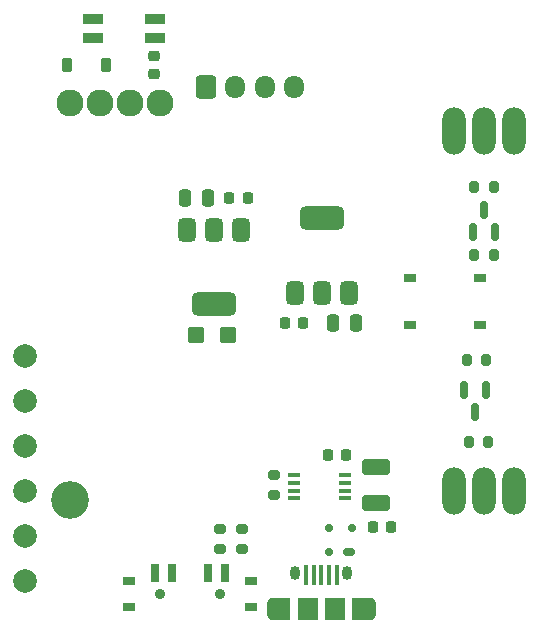
<source format=gbr>
%TF.GenerationSoftware,KiCad,Pcbnew,8.0.8-8.0.8-0~ubuntu24.04.1*%
%TF.CreationDate,2025-02-11T11:04:45-03:00*%
%TF.ProjectId,pm100,706d3130-302e-46b6-9963-61645f706362,rev?*%
%TF.SameCoordinates,Original*%
%TF.FileFunction,Soldermask,Bot*%
%TF.FilePolarity,Negative*%
%FSLAX46Y46*%
G04 Gerber Fmt 4.6, Leading zero omitted, Abs format (unit mm)*
G04 Created by KiCad (PCBNEW 8.0.8-8.0.8-0~ubuntu24.04.1) date 2025-02-11 11:04:45*
%MOMM*%
%LPD*%
G01*
G04 APERTURE LIST*
G04 Aperture macros list*
%AMRoundRect*
0 Rectangle with rounded corners*
0 $1 Rounding radius*
0 $2 $3 $4 $5 $6 $7 $8 $9 X,Y pos of 4 corners*
0 Add a 4 corners polygon primitive as box body*
4,1,4,$2,$3,$4,$5,$6,$7,$8,$9,$2,$3,0*
0 Add four circle primitives for the rounded corners*
1,1,$1+$1,$2,$3*
1,1,$1+$1,$4,$5*
1,1,$1+$1,$6,$7*
1,1,$1+$1,$8,$9*
0 Add four rect primitives between the rounded corners*
20,1,$1+$1,$2,$3,$4,$5,0*
20,1,$1+$1,$4,$5,$6,$7,0*
20,1,$1+$1,$6,$7,$8,$9,0*
20,1,$1+$1,$8,$9,$2,$3,0*%
G04 Aperture macros list end*
%ADD10C,2.286000*%
%ADD11C,3.200000*%
%ADD12RoundRect,0.225000X-0.250000X0.225000X-0.250000X-0.225000X0.250000X-0.225000X0.250000X0.225000X0*%
%ADD13C,2.000000*%
%ADD14RoundRect,0.225000X0.225000X0.250000X-0.225000X0.250000X-0.225000X-0.250000X0.225000X-0.250000X0*%
%ADD15RoundRect,0.200000X-0.200000X-0.275000X0.200000X-0.275000X0.200000X0.275000X-0.200000X0.275000X0*%
%ADD16RoundRect,0.150000X-0.150000X0.587500X-0.150000X-0.587500X0.150000X-0.587500X0.150000X0.587500X0*%
%ADD17O,2.000000X4.000000*%
%ADD18R,1.100000X0.400000*%
%ADD19R,1.000000X0.800000*%
%ADD20C,0.900000*%
%ADD21R,0.700000X1.500000*%
%ADD22RoundRect,0.200000X0.275000X-0.200000X0.275000X0.200000X-0.275000X0.200000X-0.275000X-0.200000X0*%
%ADD23RoundRect,0.200000X0.200000X0.275000X-0.200000X0.275000X-0.200000X-0.275000X0.200000X-0.275000X0*%
%ADD24RoundRect,0.225000X0.225000X0.375000X-0.225000X0.375000X-0.225000X-0.375000X0.225000X-0.375000X0*%
%ADD25RoundRect,0.225000X-0.225000X-0.250000X0.225000X-0.250000X0.225000X0.250000X-0.225000X0.250000X0*%
%ADD26RoundRect,0.250000X0.250000X0.475000X-0.250000X0.475000X-0.250000X-0.475000X0.250000X-0.475000X0*%
%ADD27RoundRect,0.200000X-0.275000X0.200000X-0.275000X-0.200000X0.275000X-0.200000X0.275000X0.200000X0*%
%ADD28RoundRect,0.250000X0.925000X-0.412500X0.925000X0.412500X-0.925000X0.412500X-0.925000X-0.412500X0*%
%ADD29R,1.000000X0.700000*%
%ADD30RoundRect,0.250000X-0.250000X-0.475000X0.250000X-0.475000X0.250000X0.475000X-0.250000X0.475000X0*%
%ADD31RoundRect,0.375000X0.375000X-0.625000X0.375000X0.625000X-0.375000X0.625000X-0.375000X-0.625000X0*%
%ADD32RoundRect,0.500000X1.400000X-0.500000X1.400000X0.500000X-1.400000X0.500000X-1.400000X-0.500000X0*%
%ADD33RoundRect,0.375000X-0.375000X0.625000X-0.375000X-0.625000X0.375000X-0.625000X0.375000X0.625000X0*%
%ADD34RoundRect,0.500000X-1.400000X0.500000X-1.400000X-0.500000X1.400000X-0.500000X1.400000X0.500000X0*%
%ADD35RoundRect,0.250000X-0.600000X-0.725000X0.600000X-0.725000X0.600000X0.725000X-0.600000X0.725000X0*%
%ADD36O,1.700000X1.950000*%
%ADD37R,1.800000X0.820000*%
%ADD38RoundRect,0.150000X0.150000X-0.587500X0.150000X0.587500X-0.150000X0.587500X-0.150000X-0.587500X0*%
%ADD39RoundRect,0.250000X-0.450000X-0.425000X0.450000X-0.425000X0.450000X0.425000X-0.450000X0.425000X0*%
%ADD40RoundRect,0.175000X0.325000X-0.175000X0.325000X0.175000X-0.325000X0.175000X-0.325000X-0.175000X0*%
%ADD41RoundRect,0.150000X0.150000X-0.200000X0.150000X0.200000X-0.150000X0.200000X-0.150000X-0.200000X0*%
%ADD42R,0.400000X1.750000*%
%ADD43O,0.800000X1.900000*%
%ADD44R,1.575000X1.900000*%
%ADD45O,0.900000X1.150000*%
%ADD46R,1.800000X1.900000*%
G04 APERTURE END LIST*
D10*
%TO.C,J11*%
X133350000Y-51000000D03*
X135890000Y-51000000D03*
X138430000Y-51000000D03*
X140970000Y-51000000D03*
%TD*%
D11*
%TO.C,H1*%
X133350000Y-84582000D03*
%TD*%
D12*
%TO.C,C7*%
X140462000Y-46977000D03*
X140462000Y-48527000D03*
%TD*%
D13*
%TO.C,J8*%
X129540000Y-91440000D03*
%TD*%
D14*
%TO.C,C3*%
X148389999Y-59049000D03*
X146839999Y-59049000D03*
%TD*%
D15*
%TO.C,R2*%
X167135000Y-79707500D03*
X168785000Y-79707500D03*
%TD*%
D16*
%TO.C,Q5*%
X166690000Y-75262500D03*
X168590000Y-75262500D03*
X167640000Y-77137501D03*
%TD*%
D17*
%TO.C,J7*%
X170902000Y-53340000D03*
X168402000Y-53340000D03*
X165902000Y-53340000D03*
%TD*%
D18*
%TO.C,U7*%
X152350000Y-84475001D03*
X152350000Y-83825000D03*
X152350000Y-83175000D03*
X152350000Y-82524999D03*
X156650000Y-82524999D03*
X156650000Y-83175000D03*
X156650000Y-83825000D03*
X156650000Y-84475001D03*
%TD*%
D19*
%TO.C,SW1*%
X148660000Y-93665000D03*
X148660000Y-91455000D03*
D20*
X146010000Y-92565000D03*
X141010000Y-92565000D03*
D19*
X138360000Y-93665000D03*
X138360000Y-91455000D03*
D21*
X146510000Y-90805000D03*
X145010000Y-90805000D03*
X142010000Y-90805000D03*
X140510000Y-90805000D03*
%TD*%
D17*
%TO.C,J6*%
X170902000Y-83820000D03*
X168402000Y-83820000D03*
X165902000Y-83820000D03*
%TD*%
D22*
%TO.C,R7*%
X147955001Y-88709000D03*
X147955001Y-87059000D03*
%TD*%
D13*
%TO.C,J9*%
X129540000Y-87630000D03*
%TD*%
%TO.C,J14*%
X129540000Y-72390000D03*
%TD*%
D23*
%TO.C,R4*%
X169227000Y-58117500D03*
X167577000Y-58117500D03*
%TD*%
D24*
%TO.C,D3*%
X136398000Y-47752000D03*
X133098000Y-47752000D03*
%TD*%
D25*
%TO.C,C10*%
X155181000Y-80772000D03*
X156731000Y-80772000D03*
%TD*%
D26*
%TO.C,C8*%
X145009000Y-59049000D03*
X143109002Y-59049000D03*
%TD*%
D13*
%TO.C,J13*%
X129540000Y-80010000D03*
%TD*%
D27*
%TO.C,R26*%
X150622000Y-82487000D03*
X150622000Y-84137000D03*
%TD*%
D14*
%TO.C,C9*%
X160541000Y-86868000D03*
X158991000Y-86868000D03*
%TD*%
%TO.C,C4*%
X153075000Y-69621000D03*
X151525000Y-69621000D03*
%TD*%
D28*
%TO.C,C11*%
X159258000Y-84849500D03*
X159258000Y-81774500D03*
%TD*%
D29*
%TO.C,D1*%
X162125000Y-69818000D03*
X162125000Y-65818000D03*
X168075000Y-65818000D03*
X168075000Y-69818000D03*
%TD*%
D30*
%TO.C,C5*%
X155655001Y-69621000D03*
X157554999Y-69621000D03*
%TD*%
D13*
%TO.C,J12*%
X129511000Y-76200000D03*
%TD*%
D31*
%TO.C,U3*%
X157000000Y-67056000D03*
X154700000Y-67055999D03*
D32*
X154700000Y-60756001D03*
D31*
X152400000Y-67056000D03*
%TD*%
D15*
%TO.C,R5*%
X167577000Y-63832500D03*
X169227000Y-63832500D03*
%TD*%
D33*
%TO.C,U5*%
X143242000Y-61721999D03*
X145542000Y-61722000D03*
D34*
X145542000Y-68021998D03*
D33*
X147842000Y-61721999D03*
%TD*%
D13*
%TO.C,J10*%
X129540000Y-83820000D03*
%TD*%
D35*
%TO.C,J5*%
X144850000Y-49650000D03*
D36*
X147350000Y-49650000D03*
X149850000Y-49650000D03*
X152350000Y-49650000D03*
%TD*%
D37*
%TO.C,D2*%
X140522000Y-45504000D03*
X140522000Y-43904000D03*
X135322000Y-43904000D03*
X135322000Y-45504000D03*
%TD*%
D38*
%TO.C,Q6*%
X169352000Y-61897500D03*
X167452000Y-61897500D03*
X168402000Y-60022499D03*
%TD*%
D39*
%TO.C,C16*%
X144018000Y-70612000D03*
X146718000Y-70612000D03*
%TD*%
D23*
%TO.C,R3*%
X168595000Y-72722500D03*
X166945000Y-72722500D03*
%TD*%
D27*
%TO.C,R6*%
X146050000Y-87059000D03*
X146050000Y-88709000D03*
%TD*%
D40*
%TO.C,D4*%
X157000000Y-89000000D03*
D41*
X155300000Y-89000000D03*
X155300000Y-87000000D03*
X157200000Y-87000000D03*
%TD*%
D42*
%TO.C,J3*%
X155920000Y-90925000D03*
X155270000Y-90925000D03*
X154620000Y-90925000D03*
X153970000Y-90925000D03*
X153320000Y-90925000D03*
D43*
X158795000Y-93800000D03*
D44*
X158007500Y-93800000D03*
D45*
X156845000Y-90800000D03*
D46*
X155770000Y-93800000D03*
X153470000Y-93800000D03*
D45*
X152395000Y-90800000D03*
D44*
X151232500Y-93800000D03*
D43*
X150445000Y-93800000D03*
%TD*%
M02*

</source>
